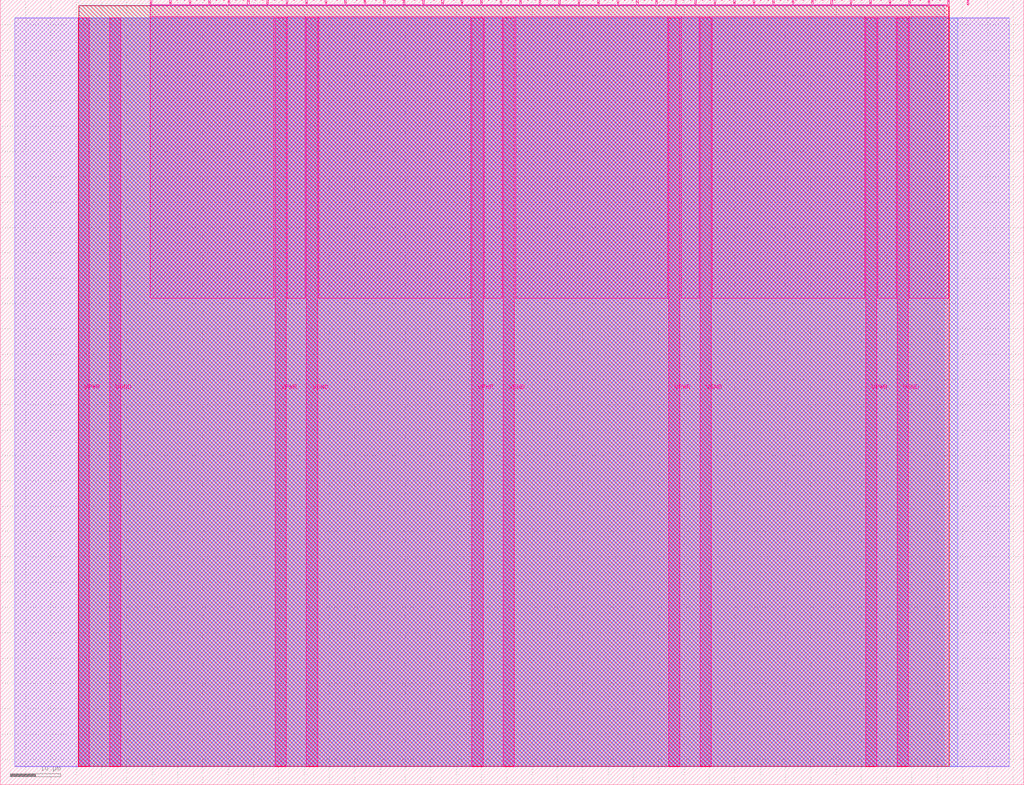
<source format=lef>
VERSION 5.7 ;
  NOWIREEXTENSIONATPIN ON ;
  DIVIDERCHAR "/" ;
  BUSBITCHARS "[]" ;
MACRO tt_um_Richard28277
  CLASS BLOCK ;
  FOREIGN tt_um_Richard28277 ;
  ORIGIN 0.000 0.000 ;
  SIZE 202.080 BY 154.980 ;
  PIN VGND
    DIRECTION INOUT ;
    USE GROUND ;
    PORT
      LAYER Metal5 ;
        RECT 21.580 3.560 23.780 151.420 ;
    END
    PORT
      LAYER Metal5 ;
        RECT 60.450 3.560 62.650 151.420 ;
    END
    PORT
      LAYER Metal5 ;
        RECT 99.320 3.560 101.520 151.420 ;
    END
    PORT
      LAYER Metal5 ;
        RECT 138.190 3.560 140.390 151.420 ;
    END
    PORT
      LAYER Metal5 ;
        RECT 177.060 3.560 179.260 151.420 ;
    END
  END VGND
  PIN VPWR
    DIRECTION INOUT ;
    USE POWER ;
    PORT
      LAYER Metal5 ;
        RECT 15.380 3.560 17.580 151.420 ;
    END
    PORT
      LAYER Metal5 ;
        RECT 54.250 3.560 56.450 151.420 ;
    END
    PORT
      LAYER Metal5 ;
        RECT 93.120 3.560 95.320 151.420 ;
    END
    PORT
      LAYER Metal5 ;
        RECT 131.990 3.560 134.190 151.420 ;
    END
    PORT
      LAYER Metal5 ;
        RECT 170.860 3.560 173.060 151.420 ;
    END
  END VPWR
  PIN clk
    DIRECTION INPUT ;
    USE SIGNAL ;
    ANTENNAGATEAREA 0.213200 ;
    PORT
      LAYER Metal5 ;
        RECT 187.050 153.980 187.350 154.980 ;
    END
  END clk
  PIN ena
    DIRECTION INPUT ;
    USE SIGNAL ;
    PORT
      LAYER Metal5 ;
        RECT 190.890 153.980 191.190 154.980 ;
    END
  END ena
  PIN rst_n
    DIRECTION INPUT ;
    USE SIGNAL ;
    ANTENNAGATEAREA 0.213200 ;
    PORT
      LAYER Metal5 ;
        RECT 183.210 153.980 183.510 154.980 ;
    END
  END rst_n
  PIN ui_in[0]
    DIRECTION INPUT ;
    USE SIGNAL ;
    ANTENNAGATEAREA 0.426400 ;
    PORT
      LAYER Metal5 ;
        RECT 179.370 153.980 179.670 154.980 ;
    END
  END ui_in[0]
  PIN ui_in[1]
    DIRECTION INPUT ;
    USE SIGNAL ;
    ANTENNAGATEAREA 0.180700 ;
    PORT
      LAYER Metal5 ;
        RECT 175.530 153.980 175.830 154.980 ;
    END
  END ui_in[1]
  PIN ui_in[2]
    DIRECTION INPUT ;
    USE SIGNAL ;
    ANTENNAGATEAREA 0.180700 ;
    PORT
      LAYER Metal5 ;
        RECT 171.690 153.980 171.990 154.980 ;
    END
  END ui_in[2]
  PIN ui_in[3]
    DIRECTION INPUT ;
    USE SIGNAL ;
    ANTENNAGATEAREA 0.426400 ;
    PORT
      LAYER Metal5 ;
        RECT 167.850 153.980 168.150 154.980 ;
    END
  END ui_in[3]
  PIN ui_in[4]
    DIRECTION INPUT ;
    USE SIGNAL ;
    ANTENNAGATEAREA 0.213200 ;
    PORT
      LAYER Metal5 ;
        RECT 164.010 153.980 164.310 154.980 ;
    END
  END ui_in[4]
  PIN ui_in[5]
    DIRECTION INPUT ;
    USE SIGNAL ;
    ANTENNAGATEAREA 0.213200 ;
    PORT
      LAYER Metal5 ;
        RECT 160.170 153.980 160.470 154.980 ;
    END
  END ui_in[5]
  PIN ui_in[6]
    DIRECTION INPUT ;
    USE SIGNAL ;
    ANTENNAGATEAREA 0.180700 ;
    PORT
      LAYER Metal5 ;
        RECT 156.330 153.980 156.630 154.980 ;
    END
  END ui_in[6]
  PIN ui_in[7]
    DIRECTION INPUT ;
    USE SIGNAL ;
    ANTENNAGATEAREA 0.180700 ;
    PORT
      LAYER Metal5 ;
        RECT 152.490 153.980 152.790 154.980 ;
    END
  END ui_in[7]
  PIN uio_in[0]
    DIRECTION INPUT ;
    USE SIGNAL ;
    ANTENNAGATEAREA 0.213200 ;
    PORT
      LAYER Metal5 ;
        RECT 148.650 153.980 148.950 154.980 ;
    END
  END uio_in[0]
  PIN uio_in[1]
    DIRECTION INPUT ;
    USE SIGNAL ;
    ANTENNAGATEAREA 0.180700 ;
    PORT
      LAYER Metal5 ;
        RECT 144.810 153.980 145.110 154.980 ;
    END
  END uio_in[1]
  PIN uio_in[2]
    DIRECTION INPUT ;
    USE SIGNAL ;
    ANTENNAGATEAREA 0.180700 ;
    PORT
      LAYER Metal5 ;
        RECT 140.970 153.980 141.270 154.980 ;
    END
  END uio_in[2]
  PIN uio_in[3]
    DIRECTION INPUT ;
    USE SIGNAL ;
    ANTENNAGATEAREA 0.213200 ;
    PORT
      LAYER Metal5 ;
        RECT 137.130 153.980 137.430 154.980 ;
    END
  END uio_in[3]
  PIN uio_in[4]
    DIRECTION INPUT ;
    USE SIGNAL ;
    PORT
      LAYER Metal5 ;
        RECT 133.290 153.980 133.590 154.980 ;
    END
  END uio_in[4]
  PIN uio_in[5]
    DIRECTION INPUT ;
    USE SIGNAL ;
    PORT
      LAYER Metal5 ;
        RECT 129.450 153.980 129.750 154.980 ;
    END
  END uio_in[5]
  PIN uio_in[6]
    DIRECTION INPUT ;
    USE SIGNAL ;
    PORT
      LAYER Metal5 ;
        RECT 125.610 153.980 125.910 154.980 ;
    END
  END uio_in[6]
  PIN uio_in[7]
    DIRECTION INPUT ;
    USE SIGNAL ;
    PORT
      LAYER Metal5 ;
        RECT 121.770 153.980 122.070 154.980 ;
    END
  END uio_in[7]
  PIN uio_oe[0]
    DIRECTION OUTPUT ;
    USE SIGNAL ;
    ANTENNADIFFAREA 0.299200 ;
    PORT
      LAYER Metal5 ;
        RECT 56.490 153.980 56.790 154.980 ;
    END
  END uio_oe[0]
  PIN uio_oe[1]
    DIRECTION OUTPUT ;
    USE SIGNAL ;
    ANTENNADIFFAREA 0.299200 ;
    PORT
      LAYER Metal5 ;
        RECT 52.650 153.980 52.950 154.980 ;
    END
  END uio_oe[1]
  PIN uio_oe[2]
    DIRECTION OUTPUT ;
    USE SIGNAL ;
    ANTENNADIFFAREA 0.299200 ;
    PORT
      LAYER Metal5 ;
        RECT 48.810 153.980 49.110 154.980 ;
    END
  END uio_oe[2]
  PIN uio_oe[3]
    DIRECTION OUTPUT ;
    USE SIGNAL ;
    ANTENNADIFFAREA 0.299200 ;
    PORT
      LAYER Metal5 ;
        RECT 44.970 153.980 45.270 154.980 ;
    END
  END uio_oe[3]
  PIN uio_oe[4]
    DIRECTION OUTPUT ;
    USE SIGNAL ;
    ANTENNADIFFAREA 0.299200 ;
    PORT
      LAYER Metal5 ;
        RECT 41.130 153.980 41.430 154.980 ;
    END
  END uio_oe[4]
  PIN uio_oe[5]
    DIRECTION OUTPUT ;
    USE SIGNAL ;
    ANTENNADIFFAREA 0.299200 ;
    PORT
      LAYER Metal5 ;
        RECT 37.290 153.980 37.590 154.980 ;
    END
  END uio_oe[5]
  PIN uio_oe[6]
    DIRECTION OUTPUT ;
    USE SIGNAL ;
    ANTENNADIFFAREA 0.392700 ;
    PORT
      LAYER Metal5 ;
        RECT 33.450 153.980 33.750 154.980 ;
    END
  END uio_oe[6]
  PIN uio_oe[7]
    DIRECTION OUTPUT ;
    USE SIGNAL ;
    ANTENNADIFFAREA 0.392700 ;
    PORT
      LAYER Metal5 ;
        RECT 29.610 153.980 29.910 154.980 ;
    END
  END uio_oe[7]
  PIN uio_out[0]
    DIRECTION OUTPUT ;
    USE SIGNAL ;
    ANTENNADIFFAREA 0.299200 ;
    PORT
      LAYER Metal5 ;
        RECT 87.210 153.980 87.510 154.980 ;
    END
  END uio_out[0]
  PIN uio_out[1]
    DIRECTION OUTPUT ;
    USE SIGNAL ;
    ANTENNADIFFAREA 0.299200 ;
    PORT
      LAYER Metal5 ;
        RECT 83.370 153.980 83.670 154.980 ;
    END
  END uio_out[1]
  PIN uio_out[2]
    DIRECTION OUTPUT ;
    USE SIGNAL ;
    ANTENNADIFFAREA 0.299200 ;
    PORT
      LAYER Metal5 ;
        RECT 79.530 153.980 79.830 154.980 ;
    END
  END uio_out[2]
  PIN uio_out[3]
    DIRECTION OUTPUT ;
    USE SIGNAL ;
    ANTENNADIFFAREA 0.299200 ;
    PORT
      LAYER Metal5 ;
        RECT 75.690 153.980 75.990 154.980 ;
    END
  END uio_out[3]
  PIN uio_out[4]
    DIRECTION OUTPUT ;
    USE SIGNAL ;
    ANTENNADIFFAREA 0.299200 ;
    PORT
      LAYER Metal5 ;
        RECT 71.850 153.980 72.150 154.980 ;
    END
  END uio_out[4]
  PIN uio_out[5]
    DIRECTION OUTPUT ;
    USE SIGNAL ;
    ANTENNADIFFAREA 0.299200 ;
    PORT
      LAYER Metal5 ;
        RECT 68.010 153.980 68.310 154.980 ;
    END
  END uio_out[5]
  PIN uio_out[6]
    DIRECTION OUTPUT ;
    USE SIGNAL ;
    ANTENNADIFFAREA 0.654800 ;
    PORT
      LAYER Metal5 ;
        RECT 64.170 153.980 64.470 154.980 ;
    END
  END uio_out[6]
  PIN uio_out[7]
    DIRECTION OUTPUT ;
    USE SIGNAL ;
    ANTENNADIFFAREA 0.654800 ;
    PORT
      LAYER Metal5 ;
        RECT 60.330 153.980 60.630 154.980 ;
    END
  END uio_out[7]
  PIN uo_out[0]
    DIRECTION OUTPUT ;
    USE SIGNAL ;
    ANTENNADIFFAREA 0.632400 ;
    PORT
      LAYER Metal5 ;
        RECT 117.930 153.980 118.230 154.980 ;
    END
  END uo_out[0]
  PIN uo_out[1]
    DIRECTION OUTPUT ;
    USE SIGNAL ;
    ANTENNADIFFAREA 0.632400 ;
    PORT
      LAYER Metal5 ;
        RECT 114.090 153.980 114.390 154.980 ;
    END
  END uo_out[1]
  PIN uo_out[2]
    DIRECTION OUTPUT ;
    USE SIGNAL ;
    ANTENNADIFFAREA 0.632400 ;
    PORT
      LAYER Metal5 ;
        RECT 110.250 153.980 110.550 154.980 ;
    END
  END uo_out[2]
  PIN uo_out[3]
    DIRECTION OUTPUT ;
    USE SIGNAL ;
    ANTENNADIFFAREA 0.632400 ;
    PORT
      LAYER Metal5 ;
        RECT 106.410 153.980 106.710 154.980 ;
    END
  END uo_out[3]
  PIN uo_out[4]
    DIRECTION OUTPUT ;
    USE SIGNAL ;
    ANTENNADIFFAREA 0.632400 ;
    PORT
      LAYER Metal5 ;
        RECT 102.570 153.980 102.870 154.980 ;
    END
  END uo_out[4]
  PIN uo_out[5]
    DIRECTION OUTPUT ;
    USE SIGNAL ;
    ANTENNADIFFAREA 0.632400 ;
    PORT
      LAYER Metal5 ;
        RECT 98.730 153.980 99.030 154.980 ;
    END
  END uo_out[5]
  PIN uo_out[6]
    DIRECTION OUTPUT ;
    USE SIGNAL ;
    ANTENNADIFFAREA 0.632400 ;
    PORT
      LAYER Metal5 ;
        RECT 94.890 153.980 95.190 154.980 ;
    END
  END uo_out[6]
  PIN uo_out[7]
    DIRECTION OUTPUT ;
    USE SIGNAL ;
    ANTENNADIFFAREA 0.632400 ;
    PORT
      LAYER Metal5 ;
        RECT 91.050 153.980 91.350 154.980 ;
    END
  END uo_out[7]
  OBS
      LAYER GatPoly ;
        RECT 2.880 3.630 199.200 151.350 ;
      LAYER Metal1 ;
        RECT 2.880 3.560 199.200 151.420 ;
      LAYER Metal2 ;
        RECT 15.515 3.680 189.025 151.300 ;
      LAYER Metal3 ;
        RECT 15.560 3.635 186.340 153.865 ;
      LAYER Metal4 ;
        RECT 15.515 3.680 187.345 153.820 ;
      LAYER Metal5 ;
        RECT 30.120 153.770 33.240 153.980 ;
        RECT 33.960 153.770 37.080 153.980 ;
        RECT 37.800 153.770 40.920 153.980 ;
        RECT 41.640 153.770 44.760 153.980 ;
        RECT 45.480 153.770 48.600 153.980 ;
        RECT 49.320 153.770 52.440 153.980 ;
        RECT 53.160 153.770 56.280 153.980 ;
        RECT 57.000 153.770 60.120 153.980 ;
        RECT 60.840 153.770 63.960 153.980 ;
        RECT 64.680 153.770 67.800 153.980 ;
        RECT 68.520 153.770 71.640 153.980 ;
        RECT 72.360 153.770 75.480 153.980 ;
        RECT 76.200 153.770 79.320 153.980 ;
        RECT 80.040 153.770 83.160 153.980 ;
        RECT 83.880 153.770 87.000 153.980 ;
        RECT 87.720 153.770 90.840 153.980 ;
        RECT 91.560 153.770 94.680 153.980 ;
        RECT 95.400 153.770 98.520 153.980 ;
        RECT 99.240 153.770 102.360 153.980 ;
        RECT 103.080 153.770 106.200 153.980 ;
        RECT 106.920 153.770 110.040 153.980 ;
        RECT 110.760 153.770 113.880 153.980 ;
        RECT 114.600 153.770 117.720 153.980 ;
        RECT 118.440 153.770 121.560 153.980 ;
        RECT 122.280 153.770 125.400 153.980 ;
        RECT 126.120 153.770 129.240 153.980 ;
        RECT 129.960 153.770 133.080 153.980 ;
        RECT 133.800 153.770 136.920 153.980 ;
        RECT 137.640 153.770 140.760 153.980 ;
        RECT 141.480 153.770 144.600 153.980 ;
        RECT 145.320 153.770 148.440 153.980 ;
        RECT 149.160 153.770 152.280 153.980 ;
        RECT 153.000 153.770 156.120 153.980 ;
        RECT 156.840 153.770 159.960 153.980 ;
        RECT 160.680 153.770 163.800 153.980 ;
        RECT 164.520 153.770 167.640 153.980 ;
        RECT 168.360 153.770 171.480 153.980 ;
        RECT 172.200 153.770 175.320 153.980 ;
        RECT 176.040 153.770 179.160 153.980 ;
        RECT 179.880 153.770 183.000 153.980 ;
        RECT 183.720 153.770 186.840 153.980 ;
        RECT 29.660 151.630 187.300 153.770 ;
        RECT 29.660 96.035 54.040 151.630 ;
        RECT 56.660 96.035 60.240 151.630 ;
        RECT 62.860 96.035 92.910 151.630 ;
        RECT 95.530 96.035 99.110 151.630 ;
        RECT 101.730 96.035 131.780 151.630 ;
        RECT 134.400 96.035 137.980 151.630 ;
        RECT 140.600 96.035 170.650 151.630 ;
        RECT 173.270 96.035 176.850 151.630 ;
        RECT 179.470 96.035 187.300 151.630 ;
  END
END tt_um_Richard28277
END LIBRARY


</source>
